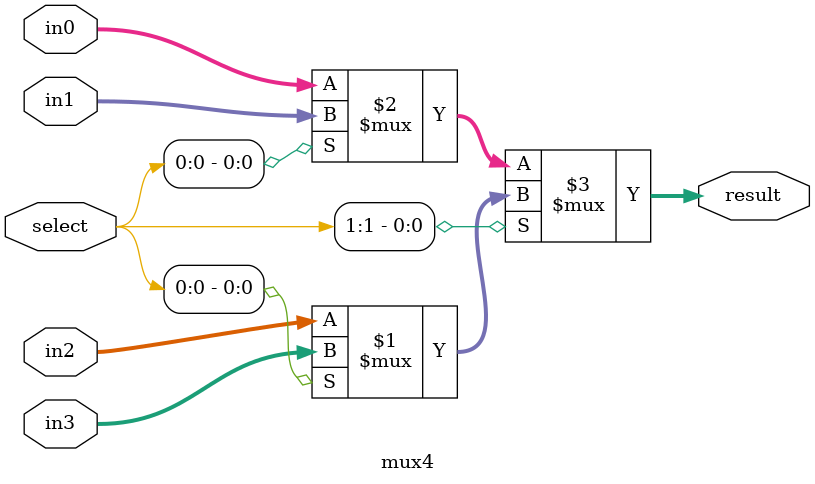
<source format=sv>
module datapath 
    #(parameter WL = 8)
    (input  logic               clk,
    input   logic               rst_b,
    input   logic   [WL-1:0]    op_a,
    input   logic   [WL-1:0]    op_b,
    output  logic   [WL-1:0]    res,
    input logic [1:0] mux_A_select,
    input logic mux_B_select,
    output logic A_B_lt_result,
    output logic B_0_ne_result,
    input logic reg_A_wen,
    input logic reg_B_wen);

    // algorithm:
    // while(true):
    //     if(A < B):
    //         swap A & B
    //     else if(B != 0):
    //         A = A - B
    //     else:
    //         return A

    logic [WL-1:0] mux_A_out, mux_B_out;
    logic [WL-1:0] reg_A_out, reg_B_out;
    logic [WL-1:0] subtract_out;

    // store A and B values
    register #(.WL(WL)) inst_reg_A (.clk(clk), .rst_b(rst_b), .d(mux_A_out), .q(reg_A_out), .wen(reg_A_wen));
    register #(.WL(WL)) inst_reg_B (.clk(clk), .rst_b(rst_b), .d(mux_B_out), .q(reg_B_out), .wen(reg_B_wen));

    // A inputs can from op_a, A-B or swapped B
    // select: 00->op_a, 01->A-B, 10->B
    mux4 #(.WL(WL)) inst_mux_A (.in3({(WL){1'b0}}), .in2(reg_B_out), .in1(subtract_out), .in0(op_a), .select(mux_A_select), .result(mux_A_out));

    // B inputs can from op_b or swapped A
    // select: 0->op_b, 1->B
    mux2 #(.WL(WL)) inst_mux_B (.in1(reg_A_out), .in0(op_b), .select(mux_B_select), .result(mux_B_out));

    lt2 #(.WL(WL)) inst_lt (.comparand1(reg_A_out), .comparand2(reg_B_out), .result(A_B_lt_result));

    ne2 #(.WL(WL)) inst_ne (.comparand1(reg_B_out), .comparand2({(WL){1'b0}}), .result(B_0_ne_result));

    subtract2 #(.WL(WL)) inst_sub (.minuend(reg_A_out), .subtrahend(reg_B_out), .difference(subtract_out));

    assign res = reg_A_out;

endmodule: datapath

module ne2
    #(parameter WL = 8)
    (input logic [WL-1:0] comparand1,
    input logic [WL-1:0] comparand2,
    output logic result);

    assign result = (comparand1 != comparand2);
endmodule: ne2

module lt2
    #(parameter WL = 8)
    (input logic [WL-1:0] comparand1,
    input logic [WL-1:0] comparand2,
    output logic  result);

    assign result = (comparand1 < comparand2);
endmodule: lt2

module subtract2
    #(parameter WL = 8)
    (input logic [WL-1:0] minuend,
    input logic [WL-1:0] subtrahend,
    output logic [WL-1:0] difference);

    assign difference = minuend - subtrahend;
endmodule: subtract2

module mux2
    #(parameter WL = 8)
    (input logic [WL-1:0] in1,
    input logic [WL-1:0] in0,
    input logic select,
    output logic [WL-1:0] result);

    assign result = (select) ? in1 : in0;
endmodule: mux2

module mux4
    #(parameter WL = 8)
    (input logic [WL-1:0] in3,
    input logic [WL-1:0] in2,
    input logic [WL-1:0] in1,
    input logic [WL-1:0] in0,
    input logic [1:0] select,
    output logic [WL-1:0] result);

    assign result = select[1] ? (select[0] ? in3 : in2) : (select[0] ? in1 : in0);
endmodule: mux4
</source>
